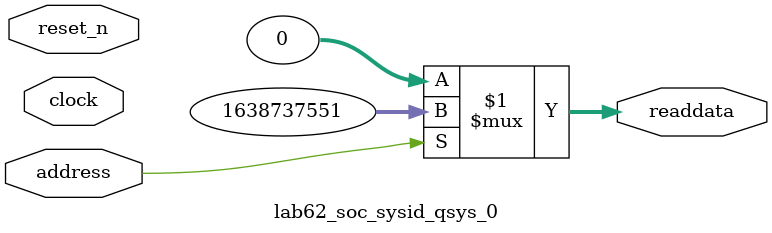
<source format=v>



// synthesis translate_off
`timescale 1ns / 1ps
// synthesis translate_on

// turn off superfluous verilog processor warnings 
// altera message_level Level1 
// altera message_off 10034 10035 10036 10037 10230 10240 10030 

module lab62_soc_sysid_qsys_0 (
               // inputs:
                address,
                clock,
                reset_n,

               // outputs:
                readdata
             )
;

  output  [ 31: 0] readdata;
  input            address;
  input            clock;
  input            reset_n;

  wire    [ 31: 0] readdata;
  //control_slave, which is an e_avalon_slave
  assign readdata = address ? 1638737551 : 0;

endmodule



</source>
